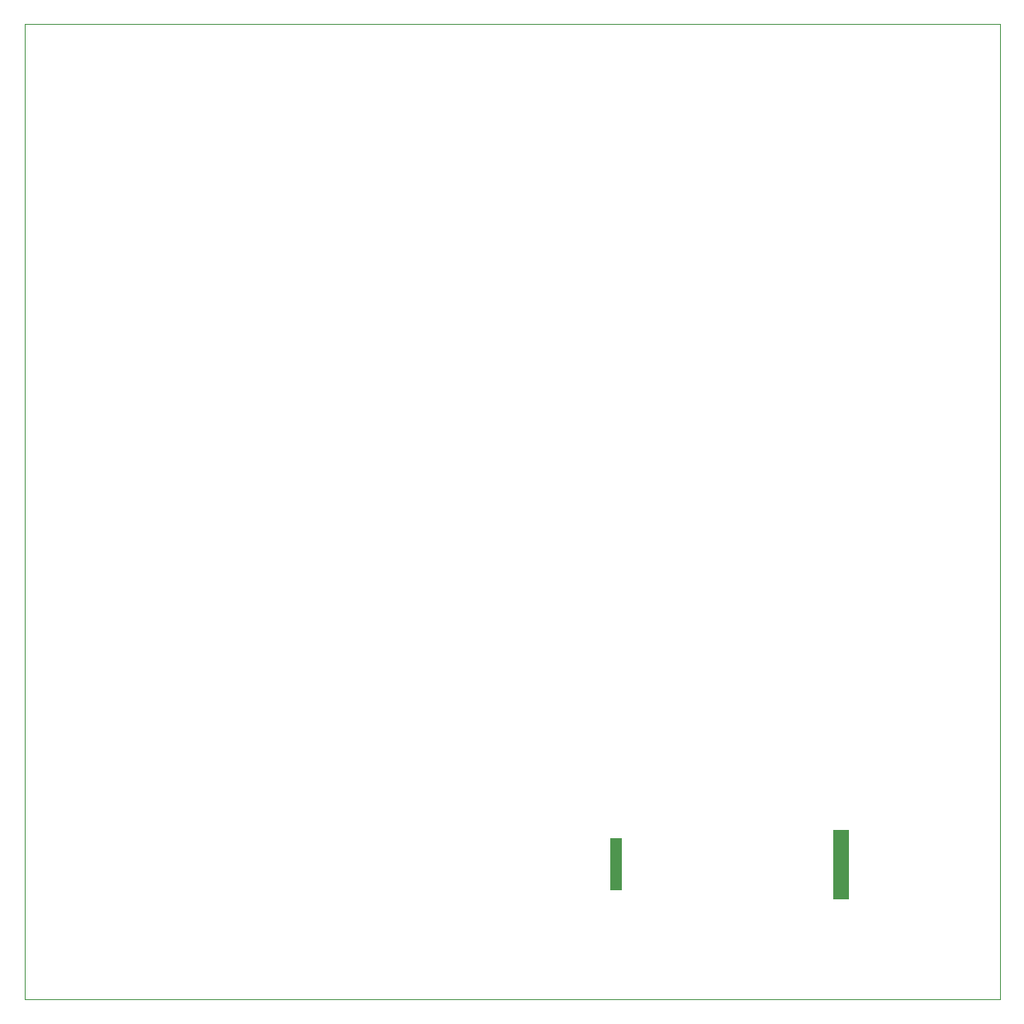
<source format=gbr>
%TF.GenerationSoftware,Altium Limited,Altium Designer,24.9.1 (31)*%
G04 Layer_Color=0*
%FSLAX45Y45*%
%MOMM*%
%TF.SameCoordinates,7A748296-1A33-4DDC-9E1E-CBF8E45EE968*%
%TF.FilePolarity,Positive*%
%TF.FileFunction,Profile,NP*%
%TF.Part,Single*%
G01*
G75*
%TA.AperFunction,Profile*%
%ADD119C,0.02540*%
G36*
X6002020Y1122680D02*
Y1656080D01*
X6121400D01*
Y1122680D01*
X6002020D01*
D02*
G37*
G36*
X8290560Y1028700D02*
Y1742440D01*
X8450580D01*
Y1028700D01*
X8290560D01*
D02*
G37*
D119*
X0Y0D02*
Y10000000D01*
X10000000D01*
Y0D01*
X0D01*
%TF.MD5,de263ea0fbec3d6e91bd2f5716f8383c*%
M02*

</source>
